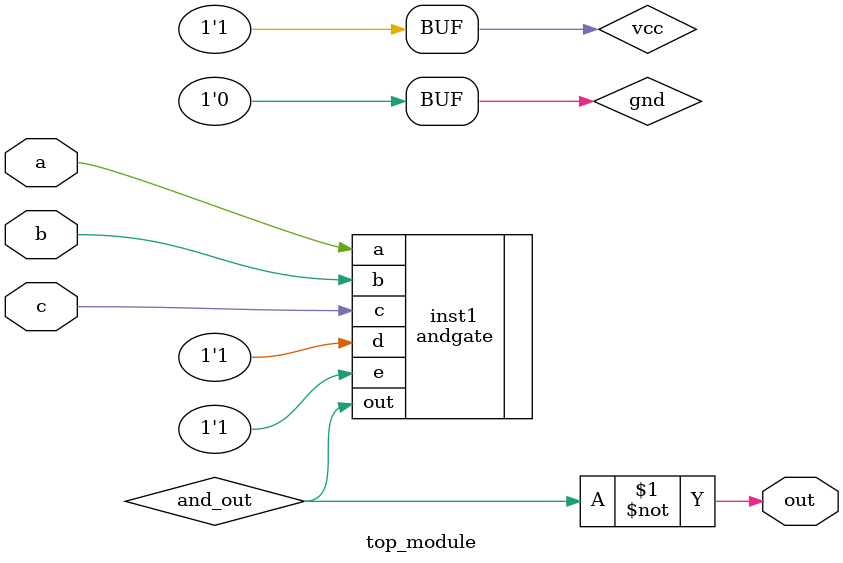
<source format=v>
module top_module (input a, input b, input c, output out);
    wire and_out;
    wire vcc = 1'b1;  // Constant high signal
    wire gnd = 1'b0;  // Constant low signal

    andgate inst1 (.out(and_out), .a(a), .b(b), .c(c), .d(vcc), .e(vcc));
    
    assign out = ~and_out; // NAND gate

endmodule
</source>
